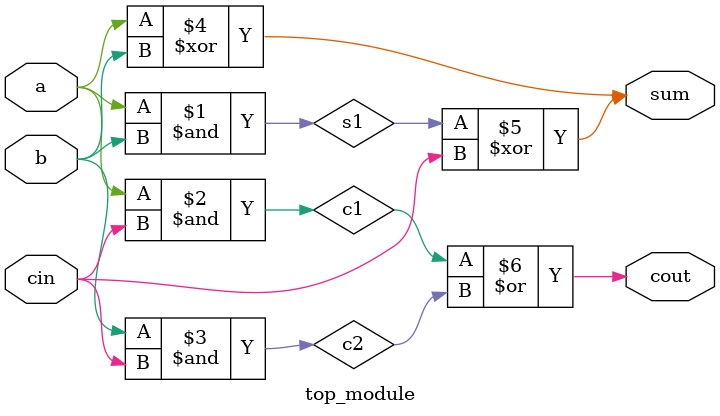
<source format=sv>
module top_module (
	input a,
	input b,
	input cin,
	output cout,
	output sum
);

// Full Adder logic
wire s1, c1, c2;

and #(1) g1 (s1, a, b);
and #(1) g2 (c1, a, cin);
and #(1) g3 (c2, b, cin);

xor #(1) x1 (sum, a, b);
xor #(1) x2 (sum, s1, cin);

or #(1) o1 (cout, c1, c2);

endmodule

</source>
